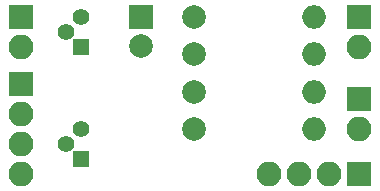
<source format=gts>
G04 #@! TF.FileFunction,Soldermask,Top*
%FSLAX46Y46*%
G04 Gerber Fmt 4.6, Leading zero omitted, Abs format (unit mm)*
G04 Created by KiCad (PCBNEW 4.0.7) date 05/31/19 16:29:18*
%MOMM*%
%LPD*%
G01*
G04 APERTURE LIST*
%ADD10C,0.100000*%
%ADD11R,2.000000X2.000000*%
%ADD12C,2.000000*%
%ADD13R,2.100000X2.100000*%
%ADD14O,2.100000X2.100000*%
%ADD15C,1.400000*%
%ADD16R,1.400000X1.400000*%
%ADD17O,2.000000X2.000000*%
G04 APERTURE END LIST*
D10*
D11*
X143510000Y-103505000D03*
D12*
X143510000Y-106005000D03*
D13*
X133350000Y-103505000D03*
D14*
X133350000Y-106045000D03*
D13*
X133350000Y-109220000D03*
D14*
X133350000Y-111760000D03*
X133350000Y-114300000D03*
X133350000Y-116840000D03*
D13*
X161925000Y-116840000D03*
D14*
X159385000Y-116840000D03*
X156845000Y-116840000D03*
X154305000Y-116840000D03*
D13*
X161925000Y-110490000D03*
D14*
X161925000Y-113030000D03*
D13*
X161925000Y-103505000D03*
D14*
X161925000Y-106045000D03*
D15*
X137160000Y-114300000D03*
X138430000Y-113030000D03*
D16*
X138430000Y-115570000D03*
D15*
X137160000Y-104775000D03*
X138430000Y-103505000D03*
D16*
X138430000Y-106045000D03*
D12*
X147955000Y-109855000D03*
D17*
X158115000Y-109855000D03*
D12*
X147955000Y-103505000D03*
D17*
X158115000Y-103505000D03*
D12*
X147955000Y-113030000D03*
D17*
X158115000Y-113030000D03*
D12*
X147955000Y-106680000D03*
D17*
X158115000Y-106680000D03*
M02*

</source>
